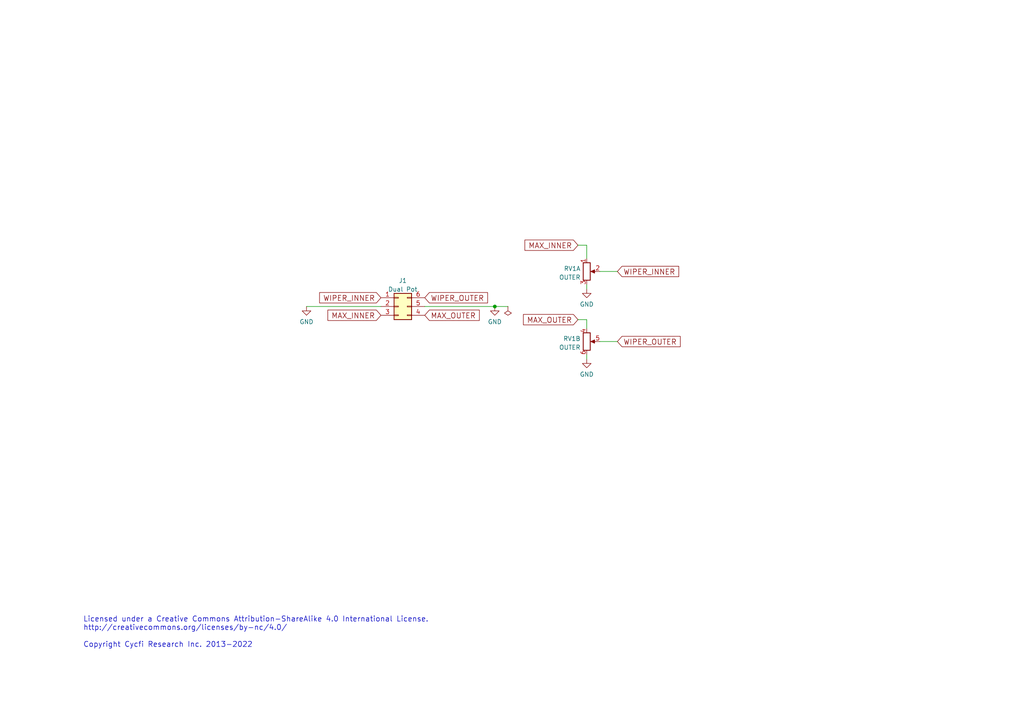
<source format=kicad_sch>
(kicad_sch (version 20211123) (generator eeschema)
  (paper "A4")
  (title_block (title "Concentric Pot") (date "2022-06-21") (rev "v3.0") (company "Document Number: 2022010"))
  (lib_symbols
    (symbol "Connector_Generic:Conn_02x03_Counter_Clockwise" (pin_names (offset 1.016) hide)
      (property "Reference" "J" (at 1.27 5.08 0))
      (property "Value" "Conn_02x03_Counter_Clockwise" (at 1.27 -5.08 0))
      (symbol "Conn_02x03_Counter_Clockwise_1_1"
        (rectangle (start -1.27 -2.413) (end 0 -2.667) (stroke (width 0.1524)))
        (rectangle (start -1.27 0.127) (end 0 -0.127) (stroke (width 0.1524)))
        (rectangle (start -1.27 2.667) (end 0 2.413) (stroke (width 0.1524)))
        (rectangle (start -1.27 3.81) (end 3.81 -3.81) (stroke (width 0.254)) (fill (type background)))
        (rectangle (start 3.81 -2.413) (end 2.54 -2.667) (stroke (width 0.1524)))
        (rectangle (start 3.81 0.127) (end 2.54 -0.127) (stroke (width 0.1524)))
        (rectangle (start 3.81 2.667) (end 2.54 2.413) (stroke (width 0.1524)))
        (pin passive line (at -5.08 2.54 0) (length 3.81) (name "Pin_1") (number "1"))
        (pin passive line (at -5.08 0 0) (length 3.81) (name "Pin_2") (number "2"))
        (pin passive line (at -5.08 -2.54 0) (length 3.81) (name "Pin_3") (number "3"))
        (pin passive line (at 7.62 -2.54 180) (length 3.81) (name "Pin_4") (number "4"))
        (pin passive line (at 7.62 0 180) (length 3.81) (name "Pin_5") (number "5"))
        (pin passive line (at 7.62 2.54 180) (length 3.81) (name "Pin_6") (number "6"))
      )
    )
    (symbol "Device:R_Potentiometer_Dual_Separate" (pin_names (offset 1.016) hide)
      (property "Reference" "RV" (at -4.445 0 90))
      (property "Value" "R_Potentiometer_Dual_Separate" (at -2.54 0 90))
      (symbol "R_Potentiometer_Dual_Separate_0_1"
        (polyline (pts (xy 2.54 0) (xy 1.524 0)))
        (polyline (pts (xy 1.143 0) (xy 2.286 0.508) (xy 2.286 -0.508) (xy 1.143 0)) (fill (type outline)))
        (rectangle (start 1.016 2.54) (end -1.016 -2.54) (stroke (width 0.254)))
      )
      (symbol "R_Potentiometer_Dual_Separate_1_1"
        (pin passive line (at 0 3.81 270) (length 1.27) (name "1") (number "1"))
        (pin passive line (at 3.81 0 180) (length 1.27) (name "2") (number "2"))
        (pin passive line (at 0 -3.81 90) (length 1.27) (name "3") (number "3"))
      )
      (symbol "R_Potentiometer_Dual_Separate_2_1"
        (pin passive line (at 0 3.81 270) (length 1.27) (name "4") (number "4"))
        (pin passive line (at 3.81 0 180) (length 1.27) (name "5") (number "5"))
        (pin passive line (at 0 -3.81 90) (length 1.27) (name "6") (number "6"))
      )
    )
    (symbol "power:GND" (power) (pin_names (offset 0))
      (property "Value" "GND" (at 0 -3.81 0))
      (symbol "GND_0_1"
        (polyline (pts (xy 0 0) (xy 0 -1.27) (xy 1.27 -1.27) (xy 0 -2.54) (xy -1.27 -1.27) (xy 0 -1.27)))
      )
      (symbol "GND_1_1"
        (pin power_in line (at 0 0 270) (length 0) hide (name "GND") (number "1"))
      )
    )
    (symbol "power:PWR_FLAG" (power) (pin_numbers hide) (pin_names (offset 0) hide)
      (property "Value" "PWR_FLAG" (at 0 3.81 0))
      (symbol "PWR_FLAG_0_0"
        (pin power_out line (at 0 0 90) (length 0) (name "pwr") (number "1"))
      )
      (symbol "PWR_FLAG_0_1"
        (polyline (pts (xy 0 0) (xy 0 1.27) (xy -1.016 1.905) (xy 0 2.54) (xy 1.016 1.905) (xy 0 1.27)))
      )
    )
  )
  (junction (at 143.51 88.9))
  (wire (pts (xy 170.18 92.71) (xy 170.18 95.25)))
  (wire (pts (xy 173.99 99.06) (xy 179.07 99.06)))
  (wire (pts (xy 167.64 92.71) (xy 170.18 92.71)))
  (wire (pts (xy 170.18 71.12) (xy 170.18 74.93)))
  (wire (pts (xy 147.32 88.9) (xy 143.51 88.9)))
  (wire (pts (xy 170.18 82.55) (xy 170.18 83.82)))
  (wire (pts (xy 143.51 88.9) (xy 123.19 88.9)))
  (wire (pts (xy 167.64 71.12) (xy 170.18 71.12)))
  (wire (pts (xy 88.9 88.9) (xy 110.49 88.9)))
  (wire (pts (xy 170.18 102.87) (xy 170.18 104.14)))
  (wire (pts (xy 173.99 78.74) (xy 179.07 78.74)))
  (text "Licensed under a Creative Commons Attribution-ShareAlike 4.0 International License. \nhttp://creativecommons.org/licenses/by-nc/4.0/\n\nCopyright Cycfi Research Inc. 2013-2022" (at 24.13 187.96 0) (effects (font (size 1.524 1.524)) (justify left bottom)))
  (global_label "MAX_INNER" (shape input) (at 110.49 91.44 180) (effects (font (size 1.524 1.524))) (property "Intersheet References" "${INTERSHEET_REFS}" (effects hide)))
  (global_label "WIPER_INNER" (shape input) (at 110.49 86.36 180) (effects (font (size 1.524 1.524))) (property "Intersheet References" "${INTERSHEET_REFS}" (effects hide)))
  (global_label "WIPER_OUTER" (shape input) (at 123.19 86.36 0) (effects (font (size 1.524 1.524))) (property "Intersheet References" "${INTERSHEET_REFS}" (effects hide)))
  (global_label "MAX_OUTER" (shape input) (at 123.19 91.44 0) (effects (font (size 1.524 1.524))) (property "Intersheet References" "${INTERSHEET_REFS}" (effects hide)))
  (global_label "WIPER_INNER" (shape input) (at 179.07 78.74 0) (effects (font (size 1.524 1.524))) (property "Intersheet References" "${INTERSHEET_REFS}" (effects hide)))
  (global_label "WIPER_OUTER" (shape input) (at 179.07 99.06 0) (effects (font (size 1.524 1.524))) (property "Intersheet References" "${INTERSHEET_REFS}" (effects hide)))
  (global_label "MAX_INNER" (shape input) (at 167.64 71.12 180) (effects (font (size 1.524 1.524))) (property "Intersheet References" "${INTERSHEET_REFS}" (effects hide)))
  (global_label "MAX_OUTER" (shape input) (at 167.64 92.71 180) (effects (font (size 1.524 1.524))) (property "Intersheet References" "${INTERSHEET_REFS}" (effects hide)))
  (symbol (lib_id "power:PWR_FLAG") (at 147.32 88.9 0) (mirror x) (unit 1)
    (property "Reference" "#FLG0101" (effects hide))
    (property "Value" "PWR_FLAG" (effects hide))
  )
  (symbol (lib_id "Device:R_Potentiometer_Dual_Separate") (at 170.18 78.74 0) (unit 1)
    (property "Reference" "RV1" (at 168.402 77.9053 0) (effects (justify right)))
    (property "Value" "OUTER" (at 168.402 80.4422 0) (effects (justify right)))
    (property "Footprint" "cycfi_library:alpha_concentric_pot" (effects hide))
  )
  (symbol (lib_id "Device:R_Potentiometer_Dual_Separate") (at 170.18 99.06 0) (unit 2)
    (property "Reference" "RV1" (at 168.402 98.2253 0) (effects (justify right)))
    (property "Value" "OUTER" (at 168.402 100.7622 0) (effects (justify right)))
    (property "Footprint" "cycfi_library:alpha_concentric_pot" (effects hide))
  )
  (symbol (lib_id "power:GND") (at 170.18 104.14 0) (unit 1)
    (property "Reference" "#PWR04" (effects hide))
    (property "Value" "GND" (at 170.18 108.5834 0))
  )
  (symbol (lib_id "power:GND") (at 170.18 83.82 0) (unit 1)
    (property "Reference" "#PWR03" (effects hide))
    (property "Value" "GND" (at 170.18 88.2634 0))
  )
  (symbol (lib_id "Connector_Generic:Conn_02x03_Counter_Clockwise") (at 115.57 88.9 0) (unit 1)
    (property "Reference" "J1" (at 116.84 81.3902 0))
    (property "Value" "Dual Pot" (at 116.84 83.9271 0))
    (property "Footprint" "cycfi_library:pin_header_2x3p_2.54mm_smd_horizontal" (effects hide))
  )
  (symbol (lib_id "power:GND") (at 88.9 88.9 0) (unit 1)
    (property "Reference" "#PWR01" (effects hide))
    (property "Value" "GND" (at 88.9 93.3434 0))
  )
  (symbol (lib_id "power:GND") (at 143.51 88.9 0) (mirror y) (unit 1)
    (property "Reference" "#PWR02" (effects hide))
    (property "Value" "GND" (at 143.51 93.3434 0))
  )
)
</source>
